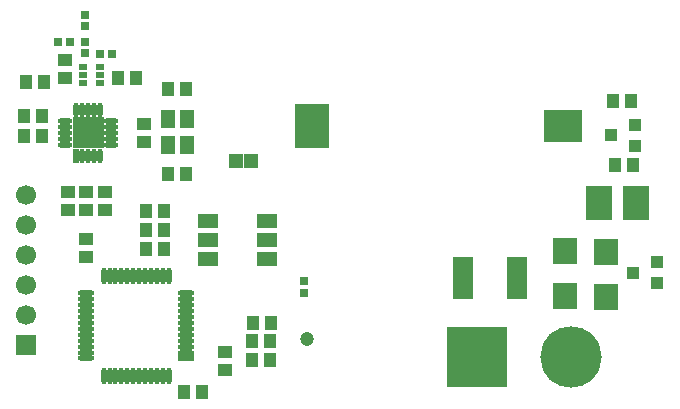
<source format=gts>
G04 #@! TF.GenerationSoftware,KiCad,Pcbnew,(2017-02-02 revision 8dadc18)-makepkg*
G04 #@! TF.CreationDate,2017-11-18T17:45:44+03:00*
G04 #@! TF.ProjectId,BmstuAnchor,426D737475416E63686F722E6B696361,rev?*
G04 #@! TF.FileFunction,Soldermask,Top*
G04 #@! TF.FilePolarity,Negative*
%FSLAX46Y46*%
G04 Gerber Fmt 4.6, Leading zero omitted, Abs format (unit mm)*
G04 Created by KiCad (PCBNEW (2017-02-02 revision 8dadc18)-makepkg) date 11/18/17 17:45:44*
%MOMM*%
%LPD*%
G01*
G04 APERTURE LIST*
%ADD10C,0.100000*%
%ADD11R,0.800000X0.800000*%
%ADD12R,1.280000X1.200000*%
%ADD13R,1.089000X1.216000*%
%ADD14R,2.200000X2.900000*%
%ADD15R,1.800000X3.600000*%
%ADD16R,5.200000X5.200000*%
%ADD17C,5.200000*%
%ADD18R,2.000860X2.198980*%
%ADD19R,1.400000X0.470000*%
%ADD20O,1.400000X0.470000*%
%ADD21O,0.470000X1.400000*%
%ADD22C,1.200000*%
%ADD23R,1.114400X1.114400*%
%ADD24R,1.216000X1.089000*%
%ADD25R,1.700000X1.700000*%
%ADD26C,1.700000*%
%ADD27R,3.200000X2.800000*%
%ADD28R,3.000000X3.800000*%
%ADD29R,1.800000X1.300000*%
%ADD30R,0.480000X1.200000*%
%ADD31O,0.480000X1.200000*%
%ADD32O,1.200000X0.480000*%
%ADD33R,1.000000X1.000000*%
%ADD34R,1.200000X1.600000*%
%ADD35R,0.800000X0.550000*%
%ADD36R,1.100000X1.200000*%
%ADD37R,1.200000X1.100000*%
G04 APERTURE END LIST*
D10*
D11*
X109450700Y-117846100D03*
X109450700Y-118846100D03*
D12*
X122240000Y-130200000D03*
X123560000Y-130200000D03*
D13*
X154333800Y-130597500D03*
X155857800Y-130597500D03*
D14*
X152954000Y-133758000D03*
X156154000Y-133758000D03*
D15*
X146052000Y-140146000D03*
X141452000Y-140146000D03*
D16*
X142659600Y-146826400D03*
D17*
X150659600Y-146826400D03*
X150659600Y-146826400D03*
D16*
X142659600Y-146826400D03*
X142659600Y-146826400D03*
D17*
X150659600Y-146826400D03*
X150659600Y-146826400D03*
D16*
X142659600Y-146826400D03*
D18*
X153565000Y-141760000D03*
X153565000Y-137950000D03*
X150129000Y-137874000D03*
X150129000Y-141684000D03*
D19*
X118050000Y-146950000D03*
D20*
X118050000Y-146450000D03*
X118050000Y-145950000D03*
X118050000Y-145450000D03*
X118050000Y-144950000D03*
X118050000Y-144450000D03*
X118050000Y-143950000D03*
X118050000Y-143450000D03*
X118050000Y-142950000D03*
X118050000Y-142450000D03*
X118050000Y-141950000D03*
X118050000Y-141450000D03*
D21*
X116550000Y-139950000D03*
X116050000Y-139950000D03*
X115550000Y-139950000D03*
X115050000Y-139950000D03*
X114550000Y-139950000D03*
X114050000Y-139950000D03*
X113550000Y-139950000D03*
X113050000Y-139950000D03*
X112550000Y-139950000D03*
X112050000Y-139950000D03*
X111550000Y-139950000D03*
X111050000Y-139950000D03*
D20*
X109550000Y-141450000D03*
X109550000Y-141950000D03*
X109550000Y-142450000D03*
X109550000Y-142950000D03*
X109550000Y-143450000D03*
X109550000Y-143950000D03*
X109550000Y-144450000D03*
X109550000Y-144950000D03*
X109550000Y-145450000D03*
X109550000Y-145950000D03*
X109550000Y-146450000D03*
X109550000Y-146950000D03*
D21*
X111050000Y-148450000D03*
X111550000Y-148450000D03*
X112050000Y-148450000D03*
X112550000Y-148450000D03*
X113050000Y-148450000D03*
X113550000Y-148450000D03*
X114050000Y-148450000D03*
X114550000Y-148450000D03*
X115050000Y-148450000D03*
X115550000Y-148450000D03*
X116050000Y-148450000D03*
X116550000Y-148450000D03*
D22*
X128300000Y-145300000D03*
D23*
X157924300Y-138808100D03*
X157924300Y-140586100D03*
X155892300Y-139697100D03*
D11*
X111770000Y-121134000D03*
X110770000Y-121134000D03*
X108214000Y-120118000D03*
X107214000Y-120118000D03*
D13*
X106001000Y-123526000D03*
X104477000Y-123526000D03*
X113762000Y-123250000D03*
X112238000Y-123250000D03*
D24*
X114470000Y-127108000D03*
X114470000Y-128632000D03*
X108000000Y-134362000D03*
X108000000Y-132838000D03*
D13*
X105862000Y-128100000D03*
X104338000Y-128100000D03*
X154171300Y-125147800D03*
X155695300Y-125147800D03*
D24*
X107814000Y-121714000D03*
X107814000Y-123238000D03*
X109600000Y-132838000D03*
X109600000Y-134362000D03*
D13*
X118042000Y-124170000D03*
X116518000Y-124170000D03*
X118042000Y-131370000D03*
X116518000Y-131370000D03*
X125162000Y-145500000D03*
X123638000Y-145500000D03*
X123638000Y-147100000D03*
X125162000Y-147100000D03*
X117838000Y-149800000D03*
X119362000Y-149800000D03*
D24*
X121300000Y-146438000D03*
X121300000Y-147962000D03*
D13*
X125181100Y-143923600D03*
X123657100Y-143923600D03*
D24*
X109600000Y-138362000D03*
X109600000Y-136838000D03*
D25*
X104500000Y-145780100D03*
D26*
X104500000Y-143240100D03*
X104500000Y-140700100D03*
X104500000Y-138160100D03*
X104500000Y-135620100D03*
X104500000Y-133080100D03*
D11*
X109492000Y-121126000D03*
X109492000Y-120126000D03*
X128038500Y-140378500D03*
X128038500Y-141378500D03*
D27*
X149979000Y-127303000D03*
D28*
X128679000Y-127303000D03*
D29*
X119900000Y-138500000D03*
X119900000Y-136900000D03*
X119900000Y-135300000D03*
X124900000Y-138500000D03*
X124900000Y-136900000D03*
X124900000Y-135300000D03*
D30*
X108740000Y-129800000D03*
D31*
X109240000Y-129800000D03*
X109740000Y-129800000D03*
X110240000Y-129800000D03*
X110740000Y-129800000D03*
D32*
X111690000Y-128850000D03*
X111690000Y-128350000D03*
X111690000Y-127850000D03*
X111690000Y-127350000D03*
X111690000Y-126850000D03*
D31*
X110740000Y-125900000D03*
X110240000Y-125900000D03*
X109740000Y-125900000D03*
X109240000Y-125900000D03*
X108740000Y-125900000D03*
D32*
X107790000Y-126850000D03*
X107790000Y-127350000D03*
X107790000Y-127850000D03*
X107790000Y-128350000D03*
X107790000Y-128850000D03*
D33*
X109740000Y-127850000D03*
X109740000Y-127050000D03*
X108940000Y-127850000D03*
X108940000Y-127050000D03*
X108940000Y-128650000D03*
X109740000Y-128650000D03*
X110540000Y-128650000D03*
X110540000Y-127850000D03*
X110540000Y-127050000D03*
D34*
X118080000Y-128870000D03*
X118080000Y-126670000D03*
X116480000Y-126670000D03*
X116480000Y-128870000D03*
D35*
X109340000Y-122300000D03*
X109340000Y-122950000D03*
X109340000Y-123600000D03*
X110740000Y-123600000D03*
X110740000Y-122950000D03*
X110740000Y-122300000D03*
D36*
X116150000Y-137700000D03*
X114650000Y-137700000D03*
X114650000Y-136100000D03*
X116150000Y-136100000D03*
X116150000Y-134500000D03*
X114650000Y-134500000D03*
D37*
X111200000Y-134350000D03*
X111200000Y-132850000D03*
D36*
X105850000Y-126400000D03*
X104350000Y-126400000D03*
D23*
X156053100Y-127160500D03*
X156053100Y-128938500D03*
X154021100Y-128049500D03*
M02*

</source>
